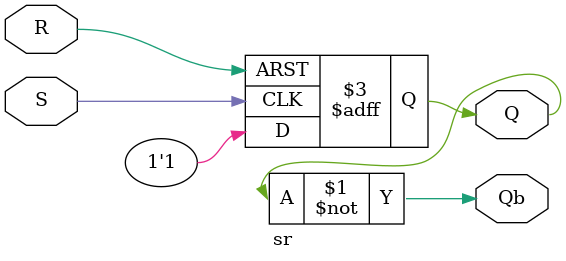
<source format=v>
module sr(R, S, Q, Qb);

input R, S;     //input is wire type
output Q, Qb;

reg Q;          //output is reg or wire type. 
assign Qb = ~Q;

always @ ( posedge R  or posedge S ) 
    if  ( R  )
        Q <= 1'b0; 
    else if ( S  )
        Q <= 1'b1;
    //  else
    //  Q <= Q;     //  preserve

endmodule
</source>
